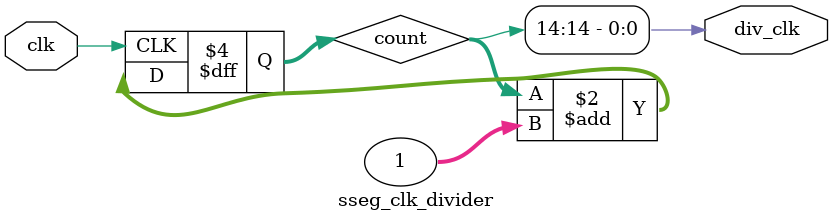
<source format=v>

module sseg_clk_divider
#(parameter
    integer DIV_BIT = 14 // for 100 MHz clk
)(
    input  wire clk,
    output wire div_clk
);

    integer count = 0;

    always @( posedge clk )
        count <= count + 1;
    
    assign div_clk = count[DIV_BIT];

endmodule // sseg_clk_divider

</source>
